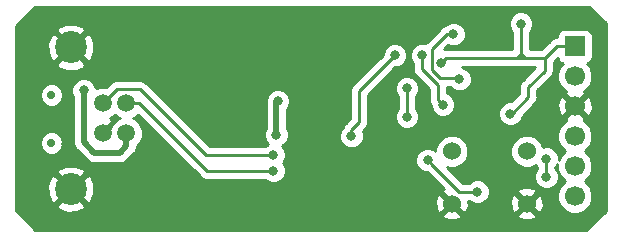
<source format=gbr>
G04 #@! TF.GenerationSoftware,KiCad,Pcbnew,5.0.0-fee4fd1~65~ubuntu17.10.1*
G04 #@! TF.CreationDate,2018-12-23T17:35:25+00:00*
G04 #@! TF.ProjectId,Programmer Using CH340G,50726F6772616D6D6572205573696E67,rev?*
G04 #@! TF.SameCoordinates,Original*
G04 #@! TF.FileFunction,Copper,L2,Bot,Signal*
G04 #@! TF.FilePolarity,Positive*
%FSLAX46Y46*%
G04 Gerber Fmt 4.6, Leading zero omitted, Abs format (unit mm)*
G04 Created by KiCad (PCBNEW 5.0.0-fee4fd1~65~ubuntu17.10.1) date Sun Dec 23 17:35:25 2018*
%MOMM*%
%LPD*%
G01*
G04 APERTURE LIST*
G04 #@! TA.AperFunction,ComponentPad*
%ADD10C,0.700000*%
G04 #@! TD*
G04 #@! TA.AperFunction,ComponentPad*
%ADD11C,1.700000*%
G04 #@! TD*
G04 #@! TA.AperFunction,ComponentPad*
%ADD12R,1.700000X1.700000*%
G04 #@! TD*
G04 #@! TA.AperFunction,ComponentPad*
%ADD13C,2.700000*%
G04 #@! TD*
G04 #@! TA.AperFunction,ComponentPad*
%ADD14C,1.520000*%
G04 #@! TD*
G04 #@! TA.AperFunction,ComponentPad*
%ADD15C,1.524000*%
G04 #@! TD*
G04 #@! TA.AperFunction,ViaPad*
%ADD16C,0.800000*%
G04 #@! TD*
G04 #@! TA.AperFunction,Conductor*
%ADD17C,0.500000*%
G04 #@! TD*
G04 #@! TA.AperFunction,Conductor*
%ADD18C,0.250000*%
G04 #@! TD*
G04 #@! TA.AperFunction,Conductor*
%ADD19C,0.254000*%
G04 #@! TD*
G04 APERTURE END LIST*
D10*
G04 #@! TO.P,J1,*
G04 #@! TO.N,*
X88519000Y-50863500D03*
X88519000Y-46799500D03*
G04 #@! TD*
D11*
G04 #@! TO.P,J2,6*
G04 #@! TO.N,/GPIO0*
X132842000Y-55372000D03*
G04 #@! TO.P,J2,5*
G04 #@! TO.N,RX*
X132842000Y-52832000D03*
G04 #@! TO.P,J2,4*
G04 #@! TO.N,TX*
X132842000Y-50292000D03*
G04 #@! TO.P,J2,3*
G04 #@! TO.N,GND*
X132842000Y-47752000D03*
G04 #@! TO.P,J2,2*
G04 #@! TO.N,+3V3*
X132842000Y-45212000D03*
D12*
G04 #@! TO.P,J2,1*
G04 #@! TO.N,/RST*
X132842000Y-42672000D03*
G04 #@! TD*
D13*
G04 #@! TO.P,J3,5*
G04 #@! TO.N,GND*
X90169000Y-54768000D03*
X90169000Y-42768000D03*
D14*
G04 #@! TO.P,J3,3*
G04 #@! TO.N,Net-(J1-Pad3)*
X92869000Y-47498000D03*
G04 #@! TO.P,J3,4*
G04 #@! TO.N,GND*
X92869000Y-50038000D03*
G04 #@! TO.P,J3,1*
G04 #@! TO.N,+5V*
X94869000Y-50038000D03*
G04 #@! TO.P,J3,2*
G04 #@! TO.N,Net-(J1-Pad2)*
X94869000Y-47498000D03*
G04 #@! TD*
D15*
G04 #@! TO.P,SW1,1*
G04 #@! TO.N,/RST*
X128778000Y-51562000D03*
G04 #@! TO.P,SW1,2*
G04 #@! TO.N,GND*
X128778000Y-56007000D03*
G04 #@! TO.P,SW1,3*
G04 #@! TO.N,/RST*
X122428000Y-51562000D03*
G04 #@! TO.P,SW1,4*
G04 #@! TO.N,GND*
X122428000Y-56007000D03*
G04 #@! TD*
D16*
G04 #@! TO.N,GND*
X104648000Y-46863000D03*
X100852000Y-40054000D03*
X112776000Y-42545000D03*
X128651000Y-44958000D03*
X104267000Y-50863500D03*
X126619000Y-46228000D03*
X119888000Y-57150000D03*
X118110000Y-57150000D03*
X109220000Y-57150000D03*
X96520000Y-57150000D03*
X92710000Y-57150000D03*
X88900000Y-57150000D03*
X96520000Y-44450000D03*
X101600000Y-45720000D03*
X110490000Y-48260000D03*
X113030000Y-44450000D03*
X125730000Y-57150000D03*
X132080000Y-40640000D03*
X130810000Y-48260000D03*
X96647000Y-50927000D03*
X89789000Y-50927000D03*
X86360000Y-43370500D03*
X86360000Y-54356000D03*
X92710000Y-53340000D03*
X95250000Y-53340000D03*
X95250000Y-55880000D03*
X92710000Y-55880000D03*
X97790000Y-44450000D03*
X87630000Y-40640000D03*
X102870000Y-48260000D03*
X110490000Y-54610000D03*
X129540000Y-49530000D03*
G04 #@! TO.N,+3V3*
X107569000Y-50165000D03*
X107696000Y-47307500D03*
G04 #@! TO.N,+5V*
X91249500Y-46418500D03*
G04 #@! TO.N,/RST*
X121539000Y-44069000D03*
X128270000Y-40767000D03*
X127381000Y-48387000D03*
G04 #@! TO.N,Net-(J1-Pad3)*
X107315000Y-51879500D03*
G04 #@! TO.N,Net-(J1-Pad2)*
X107315000Y-53213000D03*
G04 #@! TO.N,/GPIO0*
X124587000Y-54991000D03*
X121666000Y-47625000D03*
X119888000Y-43434000D03*
X120375001Y-52322472D03*
G04 #@! TO.N,TX*
X130429000Y-53721000D03*
X130429000Y-52197000D03*
G04 #@! TO.N,Net-(D2-Pad1)*
X122555000Y-41656000D03*
X123063000Y-45466000D03*
G04 #@! TO.N,Net-(R5-Pad2)*
X118618000Y-48641000D03*
X118618000Y-46228000D03*
G04 #@! TO.N,Net-(R6-Pad2)*
X113919000Y-50292000D03*
X117602000Y-43434000D03*
G04 #@! TD*
D17*
G04 #@! TO.N,+3V3*
X107569000Y-50165000D02*
X107569000Y-47434500D01*
X107569000Y-47434500D02*
X107696000Y-47307500D01*
G04 #@! TO.N,+5V*
X94869000Y-51112802D02*
X94292802Y-51689000D01*
X94869000Y-50038000D02*
X94869000Y-51112802D01*
X94292802Y-51689000D02*
X92138500Y-51689000D01*
X92138500Y-51689000D02*
X91249500Y-50800000D01*
X91249500Y-50800000D02*
X91249500Y-46418500D01*
D18*
G04 #@! TO.N,/RST*
X121920000Y-43688000D02*
X121539000Y-44069000D01*
X127889000Y-43688000D02*
X121920000Y-43688000D01*
X132842000Y-42672000D02*
X131292000Y-42672000D01*
X131292000Y-42672000D02*
X130276000Y-43688000D01*
X130276000Y-43688000D02*
X127889000Y-43688000D01*
X128651000Y-43688000D02*
X128524000Y-43688000D01*
X128270000Y-43307000D02*
X128651000Y-43688000D01*
X128524000Y-43688000D02*
X128270000Y-43688000D01*
X128270000Y-43307000D02*
X128270000Y-43434000D01*
X128270000Y-43434000D02*
X128524000Y-43688000D01*
X128270000Y-43688000D02*
X128270000Y-43307000D01*
X128270000Y-43688000D02*
X127889000Y-43688000D01*
X128270000Y-43307000D02*
X128270000Y-40767000D01*
X128270000Y-43307000D02*
X127889000Y-43688000D01*
X130276000Y-43688000D02*
X130276000Y-44730000D01*
X130276000Y-44730000D02*
X128905000Y-46101000D01*
X128905000Y-46101000D02*
X128905000Y-46990000D01*
X128905000Y-46990000D02*
X127508000Y-48387000D01*
X127508000Y-48387000D02*
X127381000Y-48387000D01*
G04 #@! TO.N,Net-(J1-Pad3)*
X92869000Y-47498000D02*
X94075500Y-46291500D01*
X94075500Y-46291500D02*
X96012000Y-46291500D01*
X96012000Y-46291500D02*
X101600000Y-51879500D01*
X101600000Y-51879500D02*
X107315000Y-51879500D01*
G04 #@! TO.N,Net-(J1-Pad2)*
X95943802Y-47498000D02*
X101658802Y-53213000D01*
X94869000Y-47498000D02*
X95943802Y-47498000D01*
X101658802Y-53213000D02*
X107315000Y-53213000D01*
G04 #@! TO.N,/GPIO0*
X121266001Y-47225001D02*
X121266001Y-45955001D01*
X121666000Y-47625000D02*
X121266001Y-47225001D01*
X121266001Y-45955001D02*
X119888000Y-44577000D01*
X119888000Y-44577000D02*
X119888000Y-43434000D01*
X124587000Y-54991000D02*
X123043529Y-54991000D01*
X123043529Y-54991000D02*
X120775000Y-52722471D01*
X120775000Y-52722471D02*
X120375001Y-52322472D01*
G04 #@! TO.N,TX*
X130429000Y-53721000D02*
X130429000Y-53155315D01*
X130429000Y-53155315D02*
X130429000Y-52197000D01*
G04 #@! TO.N,Net-(D2-Pad1)*
X121989315Y-41656000D02*
X120777000Y-42868315D01*
X122555000Y-41656000D02*
X121989315Y-41656000D01*
X120777000Y-42868315D02*
X120777000Y-44704000D01*
X120777000Y-44704000D02*
X121412000Y-45339000D01*
X121412000Y-45339000D02*
X122682000Y-45339000D01*
X122682000Y-45339000D02*
X122936000Y-45339000D01*
X122936000Y-45339000D02*
X123063000Y-45466000D01*
G04 #@! TO.N,Net-(R5-Pad2)*
X118618000Y-48641000D02*
X118618000Y-46228000D01*
G04 #@! TO.N,Net-(R6-Pad2)*
X113919000Y-49726315D02*
X114554000Y-49091315D01*
X113919000Y-50292000D02*
X113919000Y-49726315D01*
X114554000Y-49091315D02*
X114554000Y-46482000D01*
X114554000Y-46482000D02*
X117602000Y-43434000D01*
G04 #@! TD*
D19*
G04 #@! TO.N,GND*
G36*
X135434001Y-40680093D02*
X135434000Y-56601909D01*
X133817910Y-58218000D01*
X87162091Y-58218000D01*
X85931304Y-56987213D01*
X121627392Y-56987213D01*
X121696857Y-57229397D01*
X122220302Y-57416144D01*
X122775368Y-57388362D01*
X123159143Y-57229397D01*
X123228608Y-56987213D01*
X127977392Y-56987213D01*
X128046857Y-57229397D01*
X128570302Y-57416144D01*
X129125368Y-57388362D01*
X129509143Y-57229397D01*
X129578608Y-56987213D01*
X128778000Y-56186605D01*
X127977392Y-56987213D01*
X123228608Y-56987213D01*
X122428000Y-56186605D01*
X121627392Y-56987213D01*
X85931304Y-56987213D01*
X85546000Y-56601910D01*
X85546000Y-56173593D01*
X88943012Y-56173593D01*
X89084478Y-56476782D01*
X89820955Y-56761737D01*
X90610418Y-56743164D01*
X91253522Y-56476782D01*
X91394988Y-56173593D01*
X90169000Y-54947605D01*
X88943012Y-56173593D01*
X85546000Y-56173593D01*
X85546000Y-54419955D01*
X88175263Y-54419955D01*
X88193836Y-55209418D01*
X88460218Y-55852522D01*
X88763407Y-55993988D01*
X89989395Y-54768000D01*
X90348605Y-54768000D01*
X91574593Y-55993988D01*
X91877782Y-55852522D01*
X91898373Y-55799302D01*
X121018856Y-55799302D01*
X121046638Y-56354368D01*
X121205603Y-56738143D01*
X121447787Y-56807608D01*
X122248395Y-56007000D01*
X121447787Y-55206392D01*
X121205603Y-55275857D01*
X121018856Y-55799302D01*
X91898373Y-55799302D01*
X92162737Y-55116045D01*
X92144164Y-54326582D01*
X91877782Y-53683478D01*
X91574593Y-53542012D01*
X90348605Y-54768000D01*
X89989395Y-54768000D01*
X88763407Y-53542012D01*
X88460218Y-53683478D01*
X88175263Y-54419955D01*
X85546000Y-54419955D01*
X85546000Y-53362407D01*
X88943012Y-53362407D01*
X90169000Y-54588395D01*
X91394988Y-53362407D01*
X91253522Y-53059218D01*
X90517045Y-52774263D01*
X89727582Y-52792836D01*
X89084478Y-53059218D01*
X88943012Y-53362407D01*
X85546000Y-53362407D01*
X85546000Y-50667571D01*
X87534000Y-50667571D01*
X87534000Y-51059429D01*
X87683958Y-51421458D01*
X87961042Y-51698542D01*
X88323071Y-51848500D01*
X88714929Y-51848500D01*
X89076958Y-51698542D01*
X89354042Y-51421458D01*
X89504000Y-51059429D01*
X89504000Y-50667571D01*
X89354042Y-50305542D01*
X89076958Y-50028458D01*
X88714929Y-49878500D01*
X88323071Y-49878500D01*
X87961042Y-50028458D01*
X87683958Y-50305542D01*
X87534000Y-50667571D01*
X85546000Y-50667571D01*
X85546000Y-46603571D01*
X87534000Y-46603571D01*
X87534000Y-46995429D01*
X87683958Y-47357458D01*
X87961042Y-47634542D01*
X88323071Y-47784500D01*
X88714929Y-47784500D01*
X89076958Y-47634542D01*
X89354042Y-47357458D01*
X89504000Y-46995429D01*
X89504000Y-46603571D01*
X89354042Y-46241542D01*
X89325126Y-46212626D01*
X90214500Y-46212626D01*
X90214500Y-46624374D01*
X90364501Y-46986509D01*
X90364500Y-50712839D01*
X90347163Y-50800000D01*
X90364500Y-50887161D01*
X90364500Y-50887164D01*
X90415848Y-51145309D01*
X90611451Y-51438049D01*
X90685347Y-51487425D01*
X91451077Y-52253156D01*
X91500451Y-52327049D01*
X91574344Y-52376423D01*
X91574345Y-52376424D01*
X91688949Y-52453000D01*
X91793190Y-52522652D01*
X92051335Y-52574000D01*
X92051339Y-52574000D01*
X92138500Y-52591337D01*
X92225661Y-52574000D01*
X94205641Y-52574000D01*
X94292802Y-52591337D01*
X94379963Y-52574000D01*
X94379967Y-52574000D01*
X94638112Y-52522652D01*
X94930851Y-52327049D01*
X94980227Y-52253154D01*
X95433155Y-51800225D01*
X95507049Y-51750851D01*
X95558650Y-51673626D01*
X95702652Y-51458112D01*
X95710762Y-51417341D01*
X95754000Y-51199967D01*
X95754000Y-51199964D01*
X95771337Y-51112803D01*
X95770622Y-51109206D01*
X96051624Y-50828204D01*
X96264000Y-50315483D01*
X96264000Y-49760517D01*
X96051624Y-49247796D01*
X95659204Y-48855376D01*
X95448260Y-48768000D01*
X95659204Y-48680624D01*
X95855414Y-48484414D01*
X101068473Y-53697473D01*
X101110873Y-53760929D01*
X101362265Y-53928904D01*
X101583950Y-53973000D01*
X101583954Y-53973000D01*
X101658802Y-53987888D01*
X101733650Y-53973000D01*
X106611289Y-53973000D01*
X106728720Y-54090431D01*
X107109126Y-54248000D01*
X107520874Y-54248000D01*
X107901280Y-54090431D01*
X108192431Y-53799280D01*
X108350000Y-53418874D01*
X108350000Y-53007126D01*
X108192431Y-52626720D01*
X108111961Y-52546250D01*
X108192431Y-52465780D01*
X108337066Y-52116598D01*
X119340001Y-52116598D01*
X119340001Y-52528346D01*
X119497570Y-52908752D01*
X119788721Y-53199903D01*
X120169127Y-53357472D01*
X120335200Y-53357472D01*
X121743153Y-54765426D01*
X121696857Y-54784603D01*
X121627392Y-55026787D01*
X122428000Y-55827395D01*
X122442143Y-55813253D01*
X122621748Y-55992858D01*
X122607605Y-56007000D01*
X123408213Y-56807608D01*
X123650397Y-56738143D01*
X123837144Y-56214698D01*
X123813935Y-55751000D01*
X123883289Y-55751000D01*
X124000720Y-55868431D01*
X124381126Y-56026000D01*
X124792874Y-56026000D01*
X125173280Y-55868431D01*
X125242409Y-55799302D01*
X127368856Y-55799302D01*
X127396638Y-56354368D01*
X127555603Y-56738143D01*
X127797787Y-56807608D01*
X128598395Y-56007000D01*
X128957605Y-56007000D01*
X129758213Y-56807608D01*
X130000397Y-56738143D01*
X130187144Y-56214698D01*
X130159362Y-55659632D01*
X130000397Y-55275857D01*
X129758213Y-55206392D01*
X128957605Y-56007000D01*
X128598395Y-56007000D01*
X127797787Y-55206392D01*
X127555603Y-55275857D01*
X127368856Y-55799302D01*
X125242409Y-55799302D01*
X125464431Y-55577280D01*
X125622000Y-55196874D01*
X125622000Y-55026787D01*
X127977392Y-55026787D01*
X128778000Y-55827395D01*
X129578608Y-55026787D01*
X129509143Y-54784603D01*
X128985698Y-54597856D01*
X128430632Y-54625638D01*
X128046857Y-54784603D01*
X127977392Y-55026787D01*
X125622000Y-55026787D01*
X125622000Y-54785126D01*
X125464431Y-54404720D01*
X125173280Y-54113569D01*
X124792874Y-53956000D01*
X124381126Y-53956000D01*
X124000720Y-54113569D01*
X123883289Y-54231000D01*
X123358332Y-54231000D01*
X122041226Y-52913895D01*
X122150119Y-52959000D01*
X122705881Y-52959000D01*
X123219337Y-52746320D01*
X123612320Y-52353337D01*
X123825000Y-51839881D01*
X123825000Y-51284119D01*
X127381000Y-51284119D01*
X127381000Y-51839881D01*
X127593680Y-52353337D01*
X127986663Y-52746320D01*
X128500119Y-52959000D01*
X129055881Y-52959000D01*
X129541104Y-52758015D01*
X129551569Y-52783280D01*
X129669000Y-52900711D01*
X129669000Y-53017289D01*
X129551569Y-53134720D01*
X129394000Y-53515126D01*
X129394000Y-53926874D01*
X129551569Y-54307280D01*
X129842720Y-54598431D01*
X130223126Y-54756000D01*
X130634874Y-54756000D01*
X131015280Y-54598431D01*
X131306431Y-54307280D01*
X131464000Y-53926874D01*
X131464000Y-53515126D01*
X131306431Y-53134720D01*
X131189000Y-53017289D01*
X131189000Y-52900711D01*
X131306431Y-52783280D01*
X131357000Y-52661195D01*
X131357000Y-53127385D01*
X131583078Y-53673185D01*
X132000815Y-54090922D01*
X132027560Y-54102000D01*
X132000815Y-54113078D01*
X131583078Y-54530815D01*
X131357000Y-55076615D01*
X131357000Y-55667385D01*
X131583078Y-56213185D01*
X132000815Y-56630922D01*
X132546615Y-56857000D01*
X133137385Y-56857000D01*
X133683185Y-56630922D01*
X134100922Y-56213185D01*
X134327000Y-55667385D01*
X134327000Y-55076615D01*
X134100922Y-54530815D01*
X133683185Y-54113078D01*
X133656440Y-54102000D01*
X133683185Y-54090922D01*
X134100922Y-53673185D01*
X134327000Y-53127385D01*
X134327000Y-52536615D01*
X134100922Y-51990815D01*
X133683185Y-51573078D01*
X133656440Y-51562000D01*
X133683185Y-51550922D01*
X134100922Y-51133185D01*
X134327000Y-50587385D01*
X134327000Y-49996615D01*
X134100922Y-49450815D01*
X133683185Y-49033078D01*
X133636753Y-49013845D01*
X133706353Y-48795958D01*
X132842000Y-47931605D01*
X131977647Y-48795958D01*
X132047247Y-49013845D01*
X132000815Y-49033078D01*
X131583078Y-49450815D01*
X131357000Y-49996615D01*
X131357000Y-50587385D01*
X131583078Y-51133185D01*
X132000815Y-51550922D01*
X132027560Y-51562000D01*
X132000815Y-51573078D01*
X131583078Y-51990815D01*
X131464000Y-52278294D01*
X131464000Y-51991126D01*
X131306431Y-51610720D01*
X131015280Y-51319569D01*
X130634874Y-51162000D01*
X130223126Y-51162000D01*
X130138872Y-51196899D01*
X129962320Y-50770663D01*
X129569337Y-50377680D01*
X129055881Y-50165000D01*
X128500119Y-50165000D01*
X127986663Y-50377680D01*
X127593680Y-50770663D01*
X127381000Y-51284119D01*
X123825000Y-51284119D01*
X123612320Y-50770663D01*
X123219337Y-50377680D01*
X122705881Y-50165000D01*
X122150119Y-50165000D01*
X121636663Y-50377680D01*
X121243680Y-50770663D01*
X121031000Y-51284119D01*
X121031000Y-51514760D01*
X120961281Y-51445041D01*
X120580875Y-51287472D01*
X120169127Y-51287472D01*
X119788721Y-51445041D01*
X119497570Y-51736192D01*
X119340001Y-52116598D01*
X108337066Y-52116598D01*
X108350000Y-52085374D01*
X108350000Y-51673626D01*
X108192431Y-51293220D01*
X108004215Y-51105004D01*
X108155280Y-51042431D01*
X108446431Y-50751280D01*
X108604000Y-50370874D01*
X108604000Y-50086126D01*
X112884000Y-50086126D01*
X112884000Y-50497874D01*
X113041569Y-50878280D01*
X113332720Y-51169431D01*
X113713126Y-51327000D01*
X114124874Y-51327000D01*
X114505280Y-51169431D01*
X114796431Y-50878280D01*
X114954000Y-50497874D01*
X114954000Y-50086126D01*
X114860272Y-49859845D01*
X115038473Y-49681644D01*
X115101929Y-49639244D01*
X115269904Y-49387852D01*
X115314000Y-49166167D01*
X115314000Y-49166163D01*
X115328888Y-49091315D01*
X115314000Y-49016467D01*
X115314000Y-46796801D01*
X116088675Y-46022126D01*
X117583000Y-46022126D01*
X117583000Y-46433874D01*
X117740569Y-46814280D01*
X117858001Y-46931712D01*
X117858000Y-47937289D01*
X117740569Y-48054720D01*
X117583000Y-48435126D01*
X117583000Y-48846874D01*
X117740569Y-49227280D01*
X118031720Y-49518431D01*
X118412126Y-49676000D01*
X118823874Y-49676000D01*
X119204280Y-49518431D01*
X119495431Y-49227280D01*
X119653000Y-48846874D01*
X119653000Y-48435126D01*
X119495431Y-48054720D01*
X119378000Y-47937289D01*
X119378000Y-46931711D01*
X119495431Y-46814280D01*
X119653000Y-46433874D01*
X119653000Y-46022126D01*
X119495431Y-45641720D01*
X119204280Y-45350569D01*
X118823874Y-45193000D01*
X118412126Y-45193000D01*
X118031720Y-45350569D01*
X117740569Y-45641720D01*
X117583000Y-46022126D01*
X116088675Y-46022126D01*
X117641802Y-44469000D01*
X117807874Y-44469000D01*
X118188280Y-44311431D01*
X118479431Y-44020280D01*
X118637000Y-43639874D01*
X118637000Y-43228126D01*
X118853000Y-43228126D01*
X118853000Y-43639874D01*
X119010569Y-44020280D01*
X119128000Y-44137711D01*
X119128000Y-44502153D01*
X119113112Y-44577000D01*
X119128000Y-44651847D01*
X119128000Y-44651851D01*
X119172096Y-44873536D01*
X119340071Y-45124929D01*
X119403530Y-45167331D01*
X120506002Y-46269804D01*
X120506001Y-47150154D01*
X120491113Y-47225001D01*
X120506001Y-47299848D01*
X120506001Y-47299852D01*
X120550097Y-47521537D01*
X120631000Y-47642617D01*
X120631000Y-47830874D01*
X120788569Y-48211280D01*
X121079720Y-48502431D01*
X121460126Y-48660000D01*
X121871874Y-48660000D01*
X122252280Y-48502431D01*
X122543431Y-48211280D01*
X122701000Y-47830874D01*
X122701000Y-47419126D01*
X122543431Y-47038720D01*
X122252280Y-46747569D01*
X122026001Y-46653841D01*
X122026001Y-46099000D01*
X122232289Y-46099000D01*
X122476720Y-46343431D01*
X122857126Y-46501000D01*
X123268874Y-46501000D01*
X123649280Y-46343431D01*
X123940431Y-46052280D01*
X124098000Y-45671874D01*
X124098000Y-45260126D01*
X123940431Y-44879720D01*
X123649280Y-44588569D01*
X123309916Y-44448000D01*
X127814153Y-44448000D01*
X127889000Y-44462888D01*
X127963847Y-44448000D01*
X128195148Y-44448000D01*
X128270000Y-44462889D01*
X128344852Y-44448000D01*
X128449152Y-44448000D01*
X128523999Y-44462888D01*
X128587499Y-44450257D01*
X128650999Y-44462888D01*
X128725846Y-44448000D01*
X129483198Y-44448000D01*
X128420530Y-45510669D01*
X128357071Y-45553071D01*
X128189096Y-45804464D01*
X128145000Y-46026149D01*
X128145000Y-46026153D01*
X128130112Y-46101000D01*
X128145000Y-46175848D01*
X128145001Y-46675197D01*
X127468198Y-47352000D01*
X127175126Y-47352000D01*
X126794720Y-47509569D01*
X126503569Y-47800720D01*
X126346000Y-48181126D01*
X126346000Y-48592874D01*
X126503569Y-48973280D01*
X126794720Y-49264431D01*
X127175126Y-49422000D01*
X127586874Y-49422000D01*
X127967280Y-49264431D01*
X128258431Y-48973280D01*
X128416000Y-48592874D01*
X128416000Y-48553802D01*
X129389476Y-47580327D01*
X129452929Y-47537929D01*
X129462717Y-47523279D01*
X131345282Y-47523279D01*
X131371685Y-48113458D01*
X131546741Y-48536080D01*
X131798042Y-48616353D01*
X132662395Y-47752000D01*
X133021605Y-47752000D01*
X133885958Y-48616353D01*
X134137259Y-48536080D01*
X134338718Y-47980721D01*
X134312315Y-47390542D01*
X134137259Y-46967920D01*
X133885958Y-46887647D01*
X133021605Y-47752000D01*
X132662395Y-47752000D01*
X131798042Y-46887647D01*
X131546741Y-46967920D01*
X131345282Y-47523279D01*
X129462717Y-47523279D01*
X129495327Y-47474476D01*
X129495329Y-47474474D01*
X129580280Y-47347335D01*
X129620904Y-47286537D01*
X129665000Y-47064852D01*
X129665000Y-47064848D01*
X129679888Y-46990001D01*
X129665000Y-46915154D01*
X129665000Y-46415801D01*
X130760473Y-45320329D01*
X130823929Y-45277929D01*
X130896404Y-45169463D01*
X130991904Y-45026538D01*
X131013769Y-44916615D01*
X131036000Y-44804852D01*
X131036000Y-44804848D01*
X131050888Y-44730000D01*
X131036000Y-44655152D01*
X131036000Y-44002801D01*
X131373136Y-43665665D01*
X131393843Y-43769765D01*
X131534191Y-43979809D01*
X131744235Y-44120157D01*
X131818887Y-44135006D01*
X131583078Y-44370815D01*
X131357000Y-44916615D01*
X131357000Y-45507385D01*
X131583078Y-46053185D01*
X132000815Y-46470922D01*
X132047247Y-46490155D01*
X131977647Y-46708042D01*
X132842000Y-47572395D01*
X133706353Y-46708042D01*
X133636753Y-46490155D01*
X133683185Y-46470922D01*
X134100922Y-46053185D01*
X134327000Y-45507385D01*
X134327000Y-44916615D01*
X134100922Y-44370815D01*
X133865113Y-44135006D01*
X133939765Y-44120157D01*
X134149809Y-43979809D01*
X134290157Y-43769765D01*
X134339440Y-43522000D01*
X134339440Y-41822000D01*
X134290157Y-41574235D01*
X134149809Y-41364191D01*
X133939765Y-41223843D01*
X133692000Y-41174560D01*
X131992000Y-41174560D01*
X131744235Y-41223843D01*
X131534191Y-41364191D01*
X131393843Y-41574235D01*
X131344560Y-41822000D01*
X131344560Y-41907567D01*
X131292000Y-41897112D01*
X131217153Y-41912000D01*
X131217148Y-41912000D01*
X130995463Y-41956096D01*
X130744071Y-42124071D01*
X130701671Y-42187527D01*
X129961199Y-42928000D01*
X129030000Y-42928000D01*
X129030000Y-41470711D01*
X129147431Y-41353280D01*
X129305000Y-40972874D01*
X129305000Y-40561126D01*
X129147431Y-40180720D01*
X128856280Y-39889569D01*
X128475874Y-39732000D01*
X128064126Y-39732000D01*
X127683720Y-39889569D01*
X127392569Y-40180720D01*
X127235000Y-40561126D01*
X127235000Y-40972874D01*
X127392569Y-41353280D01*
X127510001Y-41470712D01*
X127510000Y-42928000D01*
X121994846Y-42928000D01*
X121919999Y-42913112D01*
X121845152Y-42928000D01*
X121845148Y-42928000D01*
X121778949Y-42941168D01*
X122122846Y-42597272D01*
X122349126Y-42691000D01*
X122760874Y-42691000D01*
X123141280Y-42533431D01*
X123432431Y-42242280D01*
X123590000Y-41861874D01*
X123590000Y-41450126D01*
X123432431Y-41069720D01*
X123141280Y-40778569D01*
X122760874Y-40621000D01*
X122349126Y-40621000D01*
X121968720Y-40778569D01*
X121835603Y-40911686D01*
X121692778Y-40940096D01*
X121692776Y-40940097D01*
X121692777Y-40940097D01*
X121504841Y-41065671D01*
X121504839Y-41065673D01*
X121441386Y-41108071D01*
X121398988Y-41171524D01*
X120292530Y-42277984D01*
X120229071Y-42320386D01*
X120158623Y-42425820D01*
X120093874Y-42399000D01*
X119682126Y-42399000D01*
X119301720Y-42556569D01*
X119010569Y-42847720D01*
X118853000Y-43228126D01*
X118637000Y-43228126D01*
X118479431Y-42847720D01*
X118188280Y-42556569D01*
X117807874Y-42399000D01*
X117396126Y-42399000D01*
X117015720Y-42556569D01*
X116724569Y-42847720D01*
X116567000Y-43228126D01*
X116567000Y-43394198D01*
X114069528Y-45891671D01*
X114006072Y-45934071D01*
X113963672Y-45997527D01*
X113963671Y-45997528D01*
X113838097Y-46185463D01*
X113779112Y-46482000D01*
X113794001Y-46556852D01*
X113794000Y-48776513D01*
X113434528Y-49135986D01*
X113371072Y-49178386D01*
X113203096Y-49429778D01*
X113174686Y-49572603D01*
X113041569Y-49705720D01*
X112884000Y-50086126D01*
X108604000Y-50086126D01*
X108604000Y-49959126D01*
X108454000Y-49596993D01*
X108454000Y-48013211D01*
X108573431Y-47893780D01*
X108731000Y-47513374D01*
X108731000Y-47101626D01*
X108573431Y-46721220D01*
X108282280Y-46430069D01*
X107901874Y-46272500D01*
X107490126Y-46272500D01*
X107109720Y-46430069D01*
X106818569Y-46721220D01*
X106661000Y-47101626D01*
X106661000Y-47513374D01*
X106684001Y-47568903D01*
X106684000Y-49596993D01*
X106534000Y-49959126D01*
X106534000Y-50370874D01*
X106691569Y-50751280D01*
X106879785Y-50939496D01*
X106728720Y-51002069D01*
X106611289Y-51119500D01*
X101914803Y-51119500D01*
X96602331Y-45807030D01*
X96559929Y-45743571D01*
X96308537Y-45575596D01*
X96086852Y-45531500D01*
X96086847Y-45531500D01*
X96012000Y-45516612D01*
X95937153Y-45531500D01*
X94150348Y-45531500D01*
X94075500Y-45516612D01*
X94000652Y-45531500D01*
X94000648Y-45531500D01*
X93827105Y-45566020D01*
X93778962Y-45575596D01*
X93654944Y-45658463D01*
X93527571Y-45743571D01*
X93485171Y-45807027D01*
X93176687Y-46115511D01*
X93146483Y-46103000D01*
X92591517Y-46103000D01*
X92284500Y-46230171D01*
X92284500Y-46212626D01*
X92126931Y-45832220D01*
X91835780Y-45541069D01*
X91455374Y-45383500D01*
X91043626Y-45383500D01*
X90663220Y-45541069D01*
X90372069Y-45832220D01*
X90214500Y-46212626D01*
X89325126Y-46212626D01*
X89076958Y-45964458D01*
X88714929Y-45814500D01*
X88323071Y-45814500D01*
X87961042Y-45964458D01*
X87683958Y-46241542D01*
X87534000Y-46603571D01*
X85546000Y-46603571D01*
X85546000Y-44173593D01*
X88943012Y-44173593D01*
X89084478Y-44476782D01*
X89820955Y-44761737D01*
X90610418Y-44743164D01*
X91253522Y-44476782D01*
X91394988Y-44173593D01*
X90169000Y-42947605D01*
X88943012Y-44173593D01*
X85546000Y-44173593D01*
X85546000Y-42419955D01*
X88175263Y-42419955D01*
X88193836Y-43209418D01*
X88460218Y-43852522D01*
X88763407Y-43993988D01*
X89989395Y-42768000D01*
X90348605Y-42768000D01*
X91574593Y-43993988D01*
X91877782Y-43852522D01*
X92162737Y-43116045D01*
X92144164Y-42326582D01*
X91877782Y-41683478D01*
X91574593Y-41542012D01*
X90348605Y-42768000D01*
X89989395Y-42768000D01*
X88763407Y-41542012D01*
X88460218Y-41683478D01*
X88175263Y-42419955D01*
X85546000Y-42419955D01*
X85546000Y-41362407D01*
X88943012Y-41362407D01*
X90169000Y-42588395D01*
X91394988Y-41362407D01*
X91253522Y-41059218D01*
X90517045Y-40774263D01*
X89727582Y-40792836D01*
X89084478Y-41059218D01*
X88943012Y-41362407D01*
X85546000Y-41362407D01*
X85546000Y-40934090D01*
X87162091Y-39318000D01*
X134071910Y-39318000D01*
X135434001Y-40680093D01*
X135434001Y-40680093D01*
G37*
X135434001Y-40680093D02*
X135434000Y-56601909D01*
X133817910Y-58218000D01*
X87162091Y-58218000D01*
X85931304Y-56987213D01*
X121627392Y-56987213D01*
X121696857Y-57229397D01*
X122220302Y-57416144D01*
X122775368Y-57388362D01*
X123159143Y-57229397D01*
X123228608Y-56987213D01*
X127977392Y-56987213D01*
X128046857Y-57229397D01*
X128570302Y-57416144D01*
X129125368Y-57388362D01*
X129509143Y-57229397D01*
X129578608Y-56987213D01*
X128778000Y-56186605D01*
X127977392Y-56987213D01*
X123228608Y-56987213D01*
X122428000Y-56186605D01*
X121627392Y-56987213D01*
X85931304Y-56987213D01*
X85546000Y-56601910D01*
X85546000Y-56173593D01*
X88943012Y-56173593D01*
X89084478Y-56476782D01*
X89820955Y-56761737D01*
X90610418Y-56743164D01*
X91253522Y-56476782D01*
X91394988Y-56173593D01*
X90169000Y-54947605D01*
X88943012Y-56173593D01*
X85546000Y-56173593D01*
X85546000Y-54419955D01*
X88175263Y-54419955D01*
X88193836Y-55209418D01*
X88460218Y-55852522D01*
X88763407Y-55993988D01*
X89989395Y-54768000D01*
X90348605Y-54768000D01*
X91574593Y-55993988D01*
X91877782Y-55852522D01*
X91898373Y-55799302D01*
X121018856Y-55799302D01*
X121046638Y-56354368D01*
X121205603Y-56738143D01*
X121447787Y-56807608D01*
X122248395Y-56007000D01*
X121447787Y-55206392D01*
X121205603Y-55275857D01*
X121018856Y-55799302D01*
X91898373Y-55799302D01*
X92162737Y-55116045D01*
X92144164Y-54326582D01*
X91877782Y-53683478D01*
X91574593Y-53542012D01*
X90348605Y-54768000D01*
X89989395Y-54768000D01*
X88763407Y-53542012D01*
X88460218Y-53683478D01*
X88175263Y-54419955D01*
X85546000Y-54419955D01*
X85546000Y-53362407D01*
X88943012Y-53362407D01*
X90169000Y-54588395D01*
X91394988Y-53362407D01*
X91253522Y-53059218D01*
X90517045Y-52774263D01*
X89727582Y-52792836D01*
X89084478Y-53059218D01*
X88943012Y-53362407D01*
X85546000Y-53362407D01*
X85546000Y-50667571D01*
X87534000Y-50667571D01*
X87534000Y-51059429D01*
X87683958Y-51421458D01*
X87961042Y-51698542D01*
X88323071Y-51848500D01*
X88714929Y-51848500D01*
X89076958Y-51698542D01*
X89354042Y-51421458D01*
X89504000Y-51059429D01*
X89504000Y-50667571D01*
X89354042Y-50305542D01*
X89076958Y-50028458D01*
X88714929Y-49878500D01*
X88323071Y-49878500D01*
X87961042Y-50028458D01*
X87683958Y-50305542D01*
X87534000Y-50667571D01*
X85546000Y-50667571D01*
X85546000Y-46603571D01*
X87534000Y-46603571D01*
X87534000Y-46995429D01*
X87683958Y-47357458D01*
X87961042Y-47634542D01*
X88323071Y-47784500D01*
X88714929Y-47784500D01*
X89076958Y-47634542D01*
X89354042Y-47357458D01*
X89504000Y-46995429D01*
X89504000Y-46603571D01*
X89354042Y-46241542D01*
X89325126Y-46212626D01*
X90214500Y-46212626D01*
X90214500Y-46624374D01*
X90364501Y-46986509D01*
X90364500Y-50712839D01*
X90347163Y-50800000D01*
X90364500Y-50887161D01*
X90364500Y-50887164D01*
X90415848Y-51145309D01*
X90611451Y-51438049D01*
X90685347Y-51487425D01*
X91451077Y-52253156D01*
X91500451Y-52327049D01*
X91574344Y-52376423D01*
X91574345Y-52376424D01*
X91688949Y-52453000D01*
X91793190Y-52522652D01*
X92051335Y-52574000D01*
X92051339Y-52574000D01*
X92138500Y-52591337D01*
X92225661Y-52574000D01*
X94205641Y-52574000D01*
X94292802Y-52591337D01*
X94379963Y-52574000D01*
X94379967Y-52574000D01*
X94638112Y-52522652D01*
X94930851Y-52327049D01*
X94980227Y-52253154D01*
X95433155Y-51800225D01*
X95507049Y-51750851D01*
X95558650Y-51673626D01*
X95702652Y-51458112D01*
X95710762Y-51417341D01*
X95754000Y-51199967D01*
X95754000Y-51199964D01*
X95771337Y-51112803D01*
X95770622Y-51109206D01*
X96051624Y-50828204D01*
X96264000Y-50315483D01*
X96264000Y-49760517D01*
X96051624Y-49247796D01*
X95659204Y-48855376D01*
X95448260Y-48768000D01*
X95659204Y-48680624D01*
X95855414Y-48484414D01*
X101068473Y-53697473D01*
X101110873Y-53760929D01*
X101362265Y-53928904D01*
X101583950Y-53973000D01*
X101583954Y-53973000D01*
X101658802Y-53987888D01*
X101733650Y-53973000D01*
X106611289Y-53973000D01*
X106728720Y-54090431D01*
X107109126Y-54248000D01*
X107520874Y-54248000D01*
X107901280Y-54090431D01*
X108192431Y-53799280D01*
X108350000Y-53418874D01*
X108350000Y-53007126D01*
X108192431Y-52626720D01*
X108111961Y-52546250D01*
X108192431Y-52465780D01*
X108337066Y-52116598D01*
X119340001Y-52116598D01*
X119340001Y-52528346D01*
X119497570Y-52908752D01*
X119788721Y-53199903D01*
X120169127Y-53357472D01*
X120335200Y-53357472D01*
X121743153Y-54765426D01*
X121696857Y-54784603D01*
X121627392Y-55026787D01*
X122428000Y-55827395D01*
X122442143Y-55813253D01*
X122621748Y-55992858D01*
X122607605Y-56007000D01*
X123408213Y-56807608D01*
X123650397Y-56738143D01*
X123837144Y-56214698D01*
X123813935Y-55751000D01*
X123883289Y-55751000D01*
X124000720Y-55868431D01*
X124381126Y-56026000D01*
X124792874Y-56026000D01*
X125173280Y-55868431D01*
X125242409Y-55799302D01*
X127368856Y-55799302D01*
X127396638Y-56354368D01*
X127555603Y-56738143D01*
X127797787Y-56807608D01*
X128598395Y-56007000D01*
X128957605Y-56007000D01*
X129758213Y-56807608D01*
X130000397Y-56738143D01*
X130187144Y-56214698D01*
X130159362Y-55659632D01*
X130000397Y-55275857D01*
X129758213Y-55206392D01*
X128957605Y-56007000D01*
X128598395Y-56007000D01*
X127797787Y-55206392D01*
X127555603Y-55275857D01*
X127368856Y-55799302D01*
X125242409Y-55799302D01*
X125464431Y-55577280D01*
X125622000Y-55196874D01*
X125622000Y-55026787D01*
X127977392Y-55026787D01*
X128778000Y-55827395D01*
X129578608Y-55026787D01*
X129509143Y-54784603D01*
X128985698Y-54597856D01*
X128430632Y-54625638D01*
X128046857Y-54784603D01*
X127977392Y-55026787D01*
X125622000Y-55026787D01*
X125622000Y-54785126D01*
X125464431Y-54404720D01*
X125173280Y-54113569D01*
X124792874Y-53956000D01*
X124381126Y-53956000D01*
X124000720Y-54113569D01*
X123883289Y-54231000D01*
X123358332Y-54231000D01*
X122041226Y-52913895D01*
X122150119Y-52959000D01*
X122705881Y-52959000D01*
X123219337Y-52746320D01*
X123612320Y-52353337D01*
X123825000Y-51839881D01*
X123825000Y-51284119D01*
X127381000Y-51284119D01*
X127381000Y-51839881D01*
X127593680Y-52353337D01*
X127986663Y-52746320D01*
X128500119Y-52959000D01*
X129055881Y-52959000D01*
X129541104Y-52758015D01*
X129551569Y-52783280D01*
X129669000Y-52900711D01*
X129669000Y-53017289D01*
X129551569Y-53134720D01*
X129394000Y-53515126D01*
X129394000Y-53926874D01*
X129551569Y-54307280D01*
X129842720Y-54598431D01*
X130223126Y-54756000D01*
X130634874Y-54756000D01*
X131015280Y-54598431D01*
X131306431Y-54307280D01*
X131464000Y-53926874D01*
X131464000Y-53515126D01*
X131306431Y-53134720D01*
X131189000Y-53017289D01*
X131189000Y-52900711D01*
X131306431Y-52783280D01*
X131357000Y-52661195D01*
X131357000Y-53127385D01*
X131583078Y-53673185D01*
X132000815Y-54090922D01*
X132027560Y-54102000D01*
X132000815Y-54113078D01*
X131583078Y-54530815D01*
X131357000Y-55076615D01*
X131357000Y-55667385D01*
X131583078Y-56213185D01*
X132000815Y-56630922D01*
X132546615Y-56857000D01*
X133137385Y-56857000D01*
X133683185Y-56630922D01*
X134100922Y-56213185D01*
X134327000Y-55667385D01*
X134327000Y-55076615D01*
X134100922Y-54530815D01*
X133683185Y-54113078D01*
X133656440Y-54102000D01*
X133683185Y-54090922D01*
X134100922Y-53673185D01*
X134327000Y-53127385D01*
X134327000Y-52536615D01*
X134100922Y-51990815D01*
X133683185Y-51573078D01*
X133656440Y-51562000D01*
X133683185Y-51550922D01*
X134100922Y-51133185D01*
X134327000Y-50587385D01*
X134327000Y-49996615D01*
X134100922Y-49450815D01*
X133683185Y-49033078D01*
X133636753Y-49013845D01*
X133706353Y-48795958D01*
X132842000Y-47931605D01*
X131977647Y-48795958D01*
X132047247Y-49013845D01*
X132000815Y-49033078D01*
X131583078Y-49450815D01*
X131357000Y-49996615D01*
X131357000Y-50587385D01*
X131583078Y-51133185D01*
X132000815Y-51550922D01*
X132027560Y-51562000D01*
X132000815Y-51573078D01*
X131583078Y-51990815D01*
X131464000Y-52278294D01*
X131464000Y-51991126D01*
X131306431Y-51610720D01*
X131015280Y-51319569D01*
X130634874Y-51162000D01*
X130223126Y-51162000D01*
X130138872Y-51196899D01*
X129962320Y-50770663D01*
X129569337Y-50377680D01*
X129055881Y-50165000D01*
X128500119Y-50165000D01*
X127986663Y-50377680D01*
X127593680Y-50770663D01*
X127381000Y-51284119D01*
X123825000Y-51284119D01*
X123612320Y-50770663D01*
X123219337Y-50377680D01*
X122705881Y-50165000D01*
X122150119Y-50165000D01*
X121636663Y-50377680D01*
X121243680Y-50770663D01*
X121031000Y-51284119D01*
X121031000Y-51514760D01*
X120961281Y-51445041D01*
X120580875Y-51287472D01*
X120169127Y-51287472D01*
X119788721Y-51445041D01*
X119497570Y-51736192D01*
X119340001Y-52116598D01*
X108337066Y-52116598D01*
X108350000Y-52085374D01*
X108350000Y-51673626D01*
X108192431Y-51293220D01*
X108004215Y-51105004D01*
X108155280Y-51042431D01*
X108446431Y-50751280D01*
X108604000Y-50370874D01*
X108604000Y-50086126D01*
X112884000Y-50086126D01*
X112884000Y-50497874D01*
X113041569Y-50878280D01*
X113332720Y-51169431D01*
X113713126Y-51327000D01*
X114124874Y-51327000D01*
X114505280Y-51169431D01*
X114796431Y-50878280D01*
X114954000Y-50497874D01*
X114954000Y-50086126D01*
X114860272Y-49859845D01*
X115038473Y-49681644D01*
X115101929Y-49639244D01*
X115269904Y-49387852D01*
X115314000Y-49166167D01*
X115314000Y-49166163D01*
X115328888Y-49091315D01*
X115314000Y-49016467D01*
X115314000Y-46796801D01*
X116088675Y-46022126D01*
X117583000Y-46022126D01*
X117583000Y-46433874D01*
X117740569Y-46814280D01*
X117858001Y-46931712D01*
X117858000Y-47937289D01*
X117740569Y-48054720D01*
X117583000Y-48435126D01*
X117583000Y-48846874D01*
X117740569Y-49227280D01*
X118031720Y-49518431D01*
X118412126Y-49676000D01*
X118823874Y-49676000D01*
X119204280Y-49518431D01*
X119495431Y-49227280D01*
X119653000Y-48846874D01*
X119653000Y-48435126D01*
X119495431Y-48054720D01*
X119378000Y-47937289D01*
X119378000Y-46931711D01*
X119495431Y-46814280D01*
X119653000Y-46433874D01*
X119653000Y-46022126D01*
X119495431Y-45641720D01*
X119204280Y-45350569D01*
X118823874Y-45193000D01*
X118412126Y-45193000D01*
X118031720Y-45350569D01*
X117740569Y-45641720D01*
X117583000Y-46022126D01*
X116088675Y-46022126D01*
X117641802Y-44469000D01*
X117807874Y-44469000D01*
X118188280Y-44311431D01*
X118479431Y-44020280D01*
X118637000Y-43639874D01*
X118637000Y-43228126D01*
X118853000Y-43228126D01*
X118853000Y-43639874D01*
X119010569Y-44020280D01*
X119128000Y-44137711D01*
X119128000Y-44502153D01*
X119113112Y-44577000D01*
X119128000Y-44651847D01*
X119128000Y-44651851D01*
X119172096Y-44873536D01*
X119340071Y-45124929D01*
X119403530Y-45167331D01*
X120506002Y-46269804D01*
X120506001Y-47150154D01*
X120491113Y-47225001D01*
X120506001Y-47299848D01*
X120506001Y-47299852D01*
X120550097Y-47521537D01*
X120631000Y-47642617D01*
X120631000Y-47830874D01*
X120788569Y-48211280D01*
X121079720Y-48502431D01*
X121460126Y-48660000D01*
X121871874Y-48660000D01*
X122252280Y-48502431D01*
X122543431Y-48211280D01*
X122701000Y-47830874D01*
X122701000Y-47419126D01*
X122543431Y-47038720D01*
X122252280Y-46747569D01*
X122026001Y-46653841D01*
X122026001Y-46099000D01*
X122232289Y-46099000D01*
X122476720Y-46343431D01*
X122857126Y-46501000D01*
X123268874Y-46501000D01*
X123649280Y-46343431D01*
X123940431Y-46052280D01*
X124098000Y-45671874D01*
X124098000Y-45260126D01*
X123940431Y-44879720D01*
X123649280Y-44588569D01*
X123309916Y-44448000D01*
X127814153Y-44448000D01*
X127889000Y-44462888D01*
X127963847Y-44448000D01*
X128195148Y-44448000D01*
X128270000Y-44462889D01*
X128344852Y-44448000D01*
X128449152Y-44448000D01*
X128523999Y-44462888D01*
X128587499Y-44450257D01*
X128650999Y-44462888D01*
X128725846Y-44448000D01*
X129483198Y-44448000D01*
X128420530Y-45510669D01*
X128357071Y-45553071D01*
X128189096Y-45804464D01*
X128145000Y-46026149D01*
X128145000Y-46026153D01*
X128130112Y-46101000D01*
X128145000Y-46175848D01*
X128145001Y-46675197D01*
X127468198Y-47352000D01*
X127175126Y-47352000D01*
X126794720Y-47509569D01*
X126503569Y-47800720D01*
X126346000Y-48181126D01*
X126346000Y-48592874D01*
X126503569Y-48973280D01*
X126794720Y-49264431D01*
X127175126Y-49422000D01*
X127586874Y-49422000D01*
X127967280Y-49264431D01*
X128258431Y-48973280D01*
X128416000Y-48592874D01*
X128416000Y-48553802D01*
X129389476Y-47580327D01*
X129452929Y-47537929D01*
X129462717Y-47523279D01*
X131345282Y-47523279D01*
X131371685Y-48113458D01*
X131546741Y-48536080D01*
X131798042Y-48616353D01*
X132662395Y-47752000D01*
X133021605Y-47752000D01*
X133885958Y-48616353D01*
X134137259Y-48536080D01*
X134338718Y-47980721D01*
X134312315Y-47390542D01*
X134137259Y-46967920D01*
X133885958Y-46887647D01*
X133021605Y-47752000D01*
X132662395Y-47752000D01*
X131798042Y-46887647D01*
X131546741Y-46967920D01*
X131345282Y-47523279D01*
X129462717Y-47523279D01*
X129495327Y-47474476D01*
X129495329Y-47474474D01*
X129580280Y-47347335D01*
X129620904Y-47286537D01*
X129665000Y-47064852D01*
X129665000Y-47064848D01*
X129679888Y-46990001D01*
X129665000Y-46915154D01*
X129665000Y-46415801D01*
X130760473Y-45320329D01*
X130823929Y-45277929D01*
X130896404Y-45169463D01*
X130991904Y-45026538D01*
X131013769Y-44916615D01*
X131036000Y-44804852D01*
X131036000Y-44804848D01*
X131050888Y-44730000D01*
X131036000Y-44655152D01*
X131036000Y-44002801D01*
X131373136Y-43665665D01*
X131393843Y-43769765D01*
X131534191Y-43979809D01*
X131744235Y-44120157D01*
X131818887Y-44135006D01*
X131583078Y-44370815D01*
X131357000Y-44916615D01*
X131357000Y-45507385D01*
X131583078Y-46053185D01*
X132000815Y-46470922D01*
X132047247Y-46490155D01*
X131977647Y-46708042D01*
X132842000Y-47572395D01*
X133706353Y-46708042D01*
X133636753Y-46490155D01*
X133683185Y-46470922D01*
X134100922Y-46053185D01*
X134327000Y-45507385D01*
X134327000Y-44916615D01*
X134100922Y-44370815D01*
X133865113Y-44135006D01*
X133939765Y-44120157D01*
X134149809Y-43979809D01*
X134290157Y-43769765D01*
X134339440Y-43522000D01*
X134339440Y-41822000D01*
X134290157Y-41574235D01*
X134149809Y-41364191D01*
X133939765Y-41223843D01*
X133692000Y-41174560D01*
X131992000Y-41174560D01*
X131744235Y-41223843D01*
X131534191Y-41364191D01*
X131393843Y-41574235D01*
X131344560Y-41822000D01*
X131344560Y-41907567D01*
X131292000Y-41897112D01*
X131217153Y-41912000D01*
X131217148Y-41912000D01*
X130995463Y-41956096D01*
X130744071Y-42124071D01*
X130701671Y-42187527D01*
X129961199Y-42928000D01*
X129030000Y-42928000D01*
X129030000Y-41470711D01*
X129147431Y-41353280D01*
X129305000Y-40972874D01*
X129305000Y-40561126D01*
X129147431Y-40180720D01*
X128856280Y-39889569D01*
X128475874Y-39732000D01*
X128064126Y-39732000D01*
X127683720Y-39889569D01*
X127392569Y-40180720D01*
X127235000Y-40561126D01*
X127235000Y-40972874D01*
X127392569Y-41353280D01*
X127510001Y-41470712D01*
X127510000Y-42928000D01*
X121994846Y-42928000D01*
X121919999Y-42913112D01*
X121845152Y-42928000D01*
X121845148Y-42928000D01*
X121778949Y-42941168D01*
X122122846Y-42597272D01*
X122349126Y-42691000D01*
X122760874Y-42691000D01*
X123141280Y-42533431D01*
X123432431Y-42242280D01*
X123590000Y-41861874D01*
X123590000Y-41450126D01*
X123432431Y-41069720D01*
X123141280Y-40778569D01*
X122760874Y-40621000D01*
X122349126Y-40621000D01*
X121968720Y-40778569D01*
X121835603Y-40911686D01*
X121692778Y-40940096D01*
X121692776Y-40940097D01*
X121692777Y-40940097D01*
X121504841Y-41065671D01*
X121504839Y-41065673D01*
X121441386Y-41108071D01*
X121398988Y-41171524D01*
X120292530Y-42277984D01*
X120229071Y-42320386D01*
X120158623Y-42425820D01*
X120093874Y-42399000D01*
X119682126Y-42399000D01*
X119301720Y-42556569D01*
X119010569Y-42847720D01*
X118853000Y-43228126D01*
X118637000Y-43228126D01*
X118479431Y-42847720D01*
X118188280Y-42556569D01*
X117807874Y-42399000D01*
X117396126Y-42399000D01*
X117015720Y-42556569D01*
X116724569Y-42847720D01*
X116567000Y-43228126D01*
X116567000Y-43394198D01*
X114069528Y-45891671D01*
X114006072Y-45934071D01*
X113963672Y-45997527D01*
X113963671Y-45997528D01*
X113838097Y-46185463D01*
X113779112Y-46482000D01*
X113794001Y-46556852D01*
X113794000Y-48776513D01*
X113434528Y-49135986D01*
X113371072Y-49178386D01*
X113203096Y-49429778D01*
X113174686Y-49572603D01*
X113041569Y-49705720D01*
X112884000Y-50086126D01*
X108604000Y-50086126D01*
X108604000Y-49959126D01*
X108454000Y-49596993D01*
X108454000Y-48013211D01*
X108573431Y-47893780D01*
X108731000Y-47513374D01*
X108731000Y-47101626D01*
X108573431Y-46721220D01*
X108282280Y-46430069D01*
X107901874Y-46272500D01*
X107490126Y-46272500D01*
X107109720Y-46430069D01*
X106818569Y-46721220D01*
X106661000Y-47101626D01*
X106661000Y-47513374D01*
X106684001Y-47568903D01*
X106684000Y-49596993D01*
X106534000Y-49959126D01*
X106534000Y-50370874D01*
X106691569Y-50751280D01*
X106879785Y-50939496D01*
X106728720Y-51002069D01*
X106611289Y-51119500D01*
X101914803Y-51119500D01*
X96602331Y-45807030D01*
X96559929Y-45743571D01*
X96308537Y-45575596D01*
X96086852Y-45531500D01*
X96086847Y-45531500D01*
X96012000Y-45516612D01*
X95937153Y-45531500D01*
X94150348Y-45531500D01*
X94075500Y-45516612D01*
X94000652Y-45531500D01*
X94000648Y-45531500D01*
X93827105Y-45566020D01*
X93778962Y-45575596D01*
X93654944Y-45658463D01*
X93527571Y-45743571D01*
X93485171Y-45807027D01*
X93176687Y-46115511D01*
X93146483Y-46103000D01*
X92591517Y-46103000D01*
X92284500Y-46230171D01*
X92284500Y-46212626D01*
X92126931Y-45832220D01*
X91835780Y-45541069D01*
X91455374Y-45383500D01*
X91043626Y-45383500D01*
X90663220Y-45541069D01*
X90372069Y-45832220D01*
X90214500Y-46212626D01*
X89325126Y-46212626D01*
X89076958Y-45964458D01*
X88714929Y-45814500D01*
X88323071Y-45814500D01*
X87961042Y-45964458D01*
X87683958Y-46241542D01*
X87534000Y-46603571D01*
X85546000Y-46603571D01*
X85546000Y-44173593D01*
X88943012Y-44173593D01*
X89084478Y-44476782D01*
X89820955Y-44761737D01*
X90610418Y-44743164D01*
X91253522Y-44476782D01*
X91394988Y-44173593D01*
X90169000Y-42947605D01*
X88943012Y-44173593D01*
X85546000Y-44173593D01*
X85546000Y-42419955D01*
X88175263Y-42419955D01*
X88193836Y-43209418D01*
X88460218Y-43852522D01*
X88763407Y-43993988D01*
X89989395Y-42768000D01*
X90348605Y-42768000D01*
X91574593Y-43993988D01*
X91877782Y-43852522D01*
X92162737Y-43116045D01*
X92144164Y-42326582D01*
X91877782Y-41683478D01*
X91574593Y-41542012D01*
X90348605Y-42768000D01*
X89989395Y-42768000D01*
X88763407Y-41542012D01*
X88460218Y-41683478D01*
X88175263Y-42419955D01*
X85546000Y-42419955D01*
X85546000Y-41362407D01*
X88943012Y-41362407D01*
X90169000Y-42588395D01*
X91394988Y-41362407D01*
X91253522Y-41059218D01*
X90517045Y-40774263D01*
X89727582Y-40792836D01*
X89084478Y-41059218D01*
X88943012Y-41362407D01*
X85546000Y-41362407D01*
X85546000Y-40934090D01*
X87162091Y-39318000D01*
X134071910Y-39318000D01*
X135434001Y-40680093D01*
G36*
X94078796Y-48680624D02*
X94289740Y-48768000D01*
X94078796Y-48855376D01*
X93686376Y-49247796D01*
X93578590Y-49508015D01*
X93048605Y-50038000D01*
X93062748Y-50052143D01*
X92883143Y-50231748D01*
X92869000Y-50217605D01*
X92854858Y-50231748D01*
X92675253Y-50052143D01*
X92689395Y-50038000D01*
X92675253Y-50023858D01*
X92854858Y-49844253D01*
X92869000Y-49858395D01*
X93668159Y-49059236D01*
X93598941Y-48817258D01*
X93454069Y-48765594D01*
X93659204Y-48680624D01*
X93869000Y-48470828D01*
X94078796Y-48680624D01*
X94078796Y-48680624D01*
G37*
X94078796Y-48680624D02*
X94289740Y-48768000D01*
X94078796Y-48855376D01*
X93686376Y-49247796D01*
X93578590Y-49508015D01*
X93048605Y-50038000D01*
X93062748Y-50052143D01*
X92883143Y-50231748D01*
X92869000Y-50217605D01*
X92854858Y-50231748D01*
X92675253Y-50052143D01*
X92689395Y-50038000D01*
X92675253Y-50023858D01*
X92854858Y-49844253D01*
X92869000Y-49858395D01*
X93668159Y-49059236D01*
X93598941Y-48817258D01*
X93454069Y-48765594D01*
X93659204Y-48680624D01*
X93869000Y-48470828D01*
X94078796Y-48680624D01*
G04 #@! TD*
M02*

</source>
